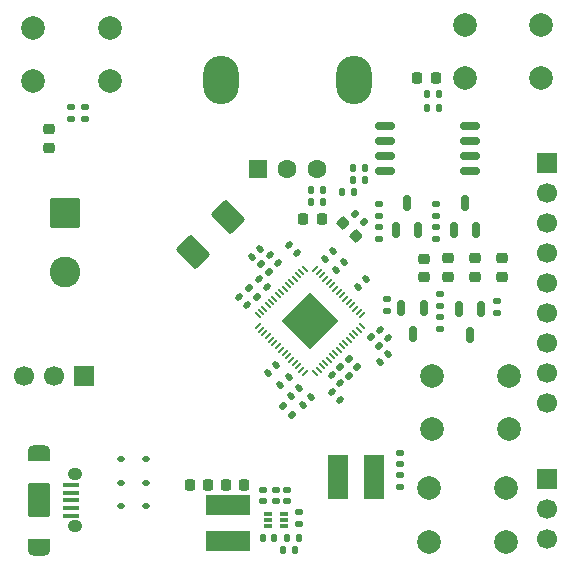
<source format=gbr>
%TF.GenerationSoftware,KiCad,Pcbnew,9.0.4*%
%TF.CreationDate,2025-09-30T19:15:50-07:00*%
%TF.ProjectId,LE_PSU_CAD,4c455f50-5355-45f4-9341-442e6b696361,rev?*%
%TF.SameCoordinates,Original*%
%TF.FileFunction,Soldermask,Top*%
%TF.FilePolarity,Negative*%
%FSLAX46Y46*%
G04 Gerber Fmt 4.6, Leading zero omitted, Abs format (unit mm)*
G04 Created by KiCad (PCBNEW 9.0.4) date 2025-09-30 19:15:50*
%MOMM*%
%LPD*%
G01*
G04 APERTURE LIST*
G04 Aperture macros list*
%AMRoundRect*
0 Rectangle with rounded corners*
0 $1 Rounding radius*
0 $2 $3 $4 $5 $6 $7 $8 $9 X,Y pos of 4 corners*
0 Add a 4 corners polygon primitive as box body*
4,1,4,$2,$3,$4,$5,$6,$7,$8,$9,$2,$3,0*
0 Add four circle primitives for the rounded corners*
1,1,$1+$1,$2,$3*
1,1,$1+$1,$4,$5*
1,1,$1+$1,$6,$7*
1,1,$1+$1,$8,$9*
0 Add four rect primitives between the rounded corners*
20,1,$1+$1,$2,$3,$4,$5,0*
20,1,$1+$1,$4,$5,$6,$7,0*
20,1,$1+$1,$6,$7,$8,$9,0*
20,1,$1+$1,$8,$9,$2,$3,0*%
%AMRotRect*
0 Rectangle, with rotation*
0 The origin of the aperture is its center*
0 $1 length*
0 $2 width*
0 $3 Rotation angle, in degrees counterclockwise*
0 Add horizontal line*
21,1,$1,$2,0,0,$3*%
G04 Aperture macros list end*
%ADD10C,1.700000*%
%ADD11R,1.700000X1.700000*%
%ADD12RoundRect,0.150000X0.150000X-0.512500X0.150000X0.512500X-0.150000X0.512500X-0.150000X-0.512500X0*%
%ADD13RoundRect,0.135000X-0.185000X0.135000X-0.185000X-0.135000X0.185000X-0.135000X0.185000X0.135000X0*%
%ADD14RoundRect,0.135000X0.185000X-0.135000X0.185000X0.135000X-0.185000X0.135000X-0.185000X-0.135000X0*%
%ADD15RoundRect,0.135000X-0.135000X-0.185000X0.135000X-0.185000X0.135000X0.185000X-0.135000X0.185000X0*%
%ADD16RoundRect,0.150000X-0.150000X0.512500X-0.150000X-0.512500X0.150000X-0.512500X0.150000X0.512500X0*%
%ADD17RoundRect,0.218750X-0.256250X0.218750X-0.256250X-0.218750X0.256250X-0.218750X0.256250X0.218750X0*%
%ADD18RoundRect,0.162500X-0.650000X-0.162500X0.650000X-0.162500X0.650000X0.162500X-0.650000X0.162500X0*%
%ADD19RoundRect,0.225000X-0.225000X-0.250000X0.225000X-0.250000X0.225000X0.250000X-0.225000X0.250000X0*%
%ADD20RoundRect,0.112500X0.187500X0.112500X-0.187500X0.112500X-0.187500X-0.112500X0.187500X-0.112500X0*%
%ADD21RoundRect,0.140000X0.021213X-0.219203X0.219203X-0.021213X-0.021213X0.219203X-0.219203X0.021213X0*%
%ADD22RoundRect,0.140000X0.219203X0.021213X0.021213X0.219203X-0.219203X-0.021213X-0.021213X-0.219203X0*%
%ADD23RoundRect,0.140000X0.140000X0.170000X-0.140000X0.170000X-0.140000X-0.170000X0.140000X-0.170000X0*%
%ADD24C,2.000000*%
%ADD25RoundRect,0.140000X-0.219203X-0.021213X-0.021213X-0.219203X0.219203X0.021213X0.021213X0.219203X0*%
%ADD26RoundRect,0.225000X0.250000X-0.225000X0.250000X0.225000X-0.250000X0.225000X-0.250000X-0.225000X0*%
%ADD27RoundRect,0.140000X-0.170000X0.140000X-0.170000X-0.140000X0.170000X-0.140000X0.170000X0.140000X0*%
%ADD28RoundRect,0.102000X1.800000X-0.750000X1.800000X0.750000X-1.800000X0.750000X-1.800000X-0.750000X0*%
%ADD29RoundRect,0.135000X-0.226274X-0.035355X-0.035355X-0.226274X0.226274X0.035355X0.035355X0.226274X0*%
%ADD30RoundRect,0.135000X0.135000X0.185000X-0.135000X0.185000X-0.135000X-0.185000X0.135000X-0.185000X0*%
%ADD31RoundRect,0.250000X-1.050000X1.050000X-1.050000X-1.050000X1.050000X-1.050000X1.050000X1.050000X0*%
%ADD32C,2.600000*%
%ADD33RoundRect,0.140000X-0.021213X0.219203X-0.219203X0.021213X0.021213X-0.219203X0.219203X-0.021213X0*%
%ADD34RoundRect,0.100000X-0.575000X0.100000X-0.575000X-0.100000X0.575000X-0.100000X0.575000X0.100000X0*%
%ADD35O,1.900000X1.000000*%
%ADD36R,1.900000X0.875000*%
%ADD37O,1.250000X1.050000*%
%ADD38RoundRect,0.250000X-0.700000X1.200000X-0.700000X-1.200000X0.700000X-1.200000X0.700000X1.200000X0*%
%ADD39RoundRect,0.250000X0.176777X-1.166726X1.166726X-0.176777X-0.176777X1.166726X-1.166726X0.176777X0*%
%ADD40RoundRect,0.135000X0.226274X0.035355X0.035355X0.226274X-0.226274X-0.035355X-0.035355X-0.226274X0*%
%ADD41RoundRect,0.225000X0.225000X0.250000X-0.225000X0.250000X-0.225000X-0.250000X0.225000X-0.250000X0*%
%ADD42RoundRect,0.050000X0.212132X0.282843X-0.282843X-0.212132X-0.212132X-0.282843X0.282843X0.212132X0*%
%ADD43RoundRect,0.050000X-0.212132X0.282843X-0.282843X0.212132X0.212132X-0.282843X0.282843X-0.212132X0*%
%ADD44RotRect,3.400000X3.400000X225.000000*%
%ADD45RoundRect,0.225000X-0.335876X-0.017678X-0.017678X-0.335876X0.335876X0.017678X0.017678X0.335876X0*%
%ADD46RoundRect,0.250000X0.550000X-0.550000X0.550000X0.550000X-0.550000X0.550000X-0.550000X-0.550000X0*%
%ADD47C,1.600000*%
%ADD48O,3.000000X4.100000*%
%ADD49RoundRect,0.087500X-0.250000X-0.087500X0.250000X-0.087500X0.250000X0.087500X-0.250000X0.087500X0*%
%ADD50RoundRect,0.140000X0.170000X-0.140000X0.170000X0.140000X-0.170000X0.140000X-0.170000X-0.140000X0*%
%ADD51RoundRect,0.102000X-0.750000X-1.800000X0.750000X-1.800000X0.750000X1.800000X-0.750000X1.800000X0*%
G04 APERTURE END LIST*
D10*
%TO.C,J3*%
X219500000Y-109030000D03*
D11*
X219500000Y-88710000D03*
D10*
X219500000Y-91250000D03*
X219500000Y-93790000D03*
X219500000Y-96330000D03*
X219500000Y-98870000D03*
X219500000Y-101410000D03*
X219500000Y-103950000D03*
X219500000Y-106490000D03*
%TD*%
D12*
%TO.C,Q3*%
X206700000Y-94350000D03*
X208600000Y-94350000D03*
X207650000Y-92075000D03*
%TD*%
D13*
%TO.C,R11*%
X205900000Y-100190000D03*
X205900000Y-101210000D03*
%TD*%
D14*
%TO.C,R7*%
X210103206Y-95137176D03*
X210103206Y-94117176D03*
%TD*%
D15*
%TO.C,R14*%
X199515000Y-91000000D03*
X200535000Y-91000000D03*
%TD*%
D16*
%TO.C,Q4*%
X209055000Y-100940000D03*
X207155000Y-100940000D03*
X208105000Y-103215000D03*
%TD*%
D14*
%TO.C,R8*%
X215230992Y-101420152D03*
X215230992Y-100400152D03*
%TD*%
D17*
%TO.C,D3*%
X211100000Y-96750000D03*
X211100000Y-98325000D03*
%TD*%
D18*
%TO.C,U3*%
X205750000Y-85540000D03*
X205750000Y-86810000D03*
X205750000Y-88080000D03*
X205750000Y-89350000D03*
X212925000Y-89350000D03*
X212925000Y-88080000D03*
X212925000Y-86810000D03*
X212925000Y-85540000D03*
%TD*%
D19*
%TO.C,C2*%
X192314427Y-115952429D03*
X193864427Y-115952429D03*
%TD*%
D16*
%TO.C,Q2*%
X213900000Y-101025000D03*
X212000000Y-101025000D03*
X212950000Y-103300000D03*
%TD*%
D20*
%TO.C,D6*%
X185490000Y-115800000D03*
X183390000Y-115800000D03*
%TD*%
D17*
%TO.C,D2*%
X213400000Y-96750000D03*
X213400000Y-98325000D03*
%TD*%
D21*
%TO.C,C11*%
X200680589Y-96839411D03*
X201359411Y-96160589D03*
%TD*%
D22*
%TO.C,C13*%
X198339411Y-96339411D03*
X197660589Y-95660589D03*
%TD*%
D23*
%TO.C,C3*%
X196385000Y-120450000D03*
X195425000Y-120450000D03*
%TD*%
D24*
%TO.C,SW1*%
X176000000Y-77250000D03*
X182500000Y-77250000D03*
X176000000Y-81750000D03*
X182500000Y-81750000D03*
%TD*%
D25*
%TO.C,C23*%
X201266509Y-108058833D03*
X201945331Y-108737655D03*
%TD*%
D14*
%TO.C,R16*%
X179198780Y-85011600D03*
X179198780Y-83991600D03*
%TD*%
D26*
%TO.C,C4*%
X177300000Y-87395000D03*
X177300000Y-85845000D03*
%TD*%
D15*
%TO.C,R15*%
X199515000Y-92000000D03*
X200535000Y-92000000D03*
%TD*%
D27*
%TO.C,C1*%
X197500000Y-116375000D03*
X197500000Y-117335000D03*
%TD*%
D28*
%TO.C,L1*%
X192500000Y-120725000D03*
X192500000Y-117675000D03*
%TD*%
D25*
%TO.C,C21*%
X196000000Y-96500000D03*
X196678822Y-97178822D03*
%TD*%
%TO.C,C19*%
X205321178Y-102821178D03*
X206000000Y-103500000D03*
%TD*%
D29*
%TO.C,R5*%
X197139376Y-109278752D03*
X197860624Y-110000000D03*
%TD*%
D30*
%TO.C,R1*%
X198154627Y-121500000D03*
X197134627Y-121500000D03*
%TD*%
D13*
%TO.C,R3*%
X198500000Y-118260000D03*
X198500000Y-119280000D03*
%TD*%
D14*
%TO.C,R6*%
X210450000Y-102790000D03*
X210450000Y-101770000D03*
%TD*%
D27*
%TO.C,C6*%
X196500000Y-116375000D03*
X196500000Y-117335000D03*
%TD*%
D22*
%TO.C,C12*%
X194047972Y-100749480D03*
X193369150Y-100070658D03*
%TD*%
D31*
%TO.C,UB1*%
X178700000Y-92950000D03*
D32*
X178700000Y-97950000D03*
%TD*%
D13*
%TO.C,R12*%
X210100000Y-92160000D03*
X210100000Y-93180000D03*
%TD*%
D33*
%TO.C,C17*%
X198456838Y-107789729D03*
X197778016Y-108468551D03*
%TD*%
D34*
%TO.C,J1*%
X179175000Y-118550000D03*
X179175000Y-117900000D03*
X179175000Y-117250000D03*
X179175000Y-116600000D03*
X179175000Y-115950000D03*
D35*
X176500000Y-113075000D03*
D36*
X176500000Y-113512500D03*
D37*
X179500000Y-115025000D03*
D38*
X176500000Y-117250000D03*
D37*
X179500000Y-119475000D03*
D36*
X176500000Y-120987500D03*
D35*
X176500000Y-121425000D03*
%TD*%
D21*
%TO.C,C15*%
X201635422Y-97746107D03*
X202314244Y-97067285D03*
%TD*%
D24*
%TO.C,SW4*%
X216000000Y-120750000D03*
X209500000Y-120750000D03*
X216000000Y-116250000D03*
X209500000Y-116250000D03*
%TD*%
D39*
%TO.C,Y1*%
X189550431Y-96199569D03*
X192449569Y-93300431D03*
%TD*%
D13*
%TO.C,R13*%
X205250000Y-92170000D03*
X205250000Y-93190000D03*
%TD*%
D33*
%TO.C,C14*%
X197595459Y-106854541D03*
X196916637Y-107533363D03*
%TD*%
D15*
%TO.C,R20*%
X203060000Y-89120130D03*
X204080000Y-89120130D03*
%TD*%
%TO.C,R19*%
X209290000Y-84050000D03*
X210310000Y-84050000D03*
%TD*%
D24*
%TO.C,SW2*%
X212500000Y-77000000D03*
X219000000Y-77000000D03*
X212500000Y-81500000D03*
X219000000Y-81500000D03*
%TD*%
D30*
%TO.C,R22*%
X204080000Y-90170130D03*
X203060000Y-90170130D03*
%TD*%
D29*
%TO.C,R4*%
X195237511Y-97217723D03*
X195958759Y-97938971D03*
%TD*%
D40*
%TO.C,R24*%
X194946766Y-100029263D03*
X194225518Y-99308015D03*
%TD*%
D41*
%TO.C,C8*%
X190797718Y-115936551D03*
X189247718Y-115936551D03*
%TD*%
D15*
%TO.C,R2*%
X197500000Y-120450000D03*
X198520000Y-120450000D03*
%TD*%
D19*
%TO.C,C5*%
X208514682Y-81494737D03*
X210064682Y-81494737D03*
%TD*%
D42*
%TO.C,U4*%
X203833250Y-101608939D03*
X203550408Y-101326096D03*
X203267565Y-101043253D03*
X202984722Y-100760410D03*
X202701880Y-100477568D03*
X202419037Y-100194725D03*
X202136194Y-99911882D03*
X201853351Y-99629040D03*
X201570509Y-99346197D03*
X201287666Y-99063354D03*
X201004823Y-98780511D03*
X200721981Y-98497669D03*
X200439138Y-98214826D03*
X200156295Y-97931983D03*
X199873452Y-97649141D03*
D43*
X198954214Y-97649141D03*
X198671371Y-97931983D03*
X198388528Y-98214826D03*
X198105685Y-98497669D03*
X197822843Y-98780511D03*
X197540000Y-99063354D03*
X197257157Y-99346197D03*
X196974315Y-99629040D03*
X196691472Y-99911882D03*
X196408629Y-100194725D03*
X196125786Y-100477568D03*
X195842944Y-100760410D03*
X195560101Y-101043253D03*
X195277258Y-101326096D03*
X194994416Y-101608939D03*
D42*
X194994416Y-102528177D03*
X195277258Y-102811020D03*
X195560101Y-103093863D03*
X195842944Y-103376706D03*
X196125786Y-103659548D03*
X196408629Y-103942391D03*
X196691472Y-104225234D03*
X196974315Y-104508076D03*
X197257157Y-104790919D03*
X197540000Y-105073762D03*
X197822843Y-105356605D03*
X198105685Y-105639447D03*
X198388528Y-105922290D03*
X198671371Y-106205133D03*
X198954214Y-106487975D03*
D43*
X199873452Y-106487975D03*
X200156295Y-106205133D03*
X200439138Y-105922290D03*
X200721981Y-105639447D03*
X201004823Y-105356605D03*
X201287666Y-105073762D03*
X201570509Y-104790919D03*
X201853351Y-104508076D03*
X202136194Y-104225234D03*
X202419037Y-103942391D03*
X202701880Y-103659548D03*
X202984722Y-103376706D03*
X203267565Y-103093863D03*
X203550408Y-102811020D03*
X203833250Y-102528177D03*
D44*
X199413833Y-102068558D03*
%TD*%
D19*
%TO.C,C9*%
X198842087Y-93415719D03*
X200392087Y-93415719D03*
%TD*%
D13*
%TO.C,R9*%
X210433004Y-99783651D03*
X210433004Y-100803651D03*
%TD*%
D33*
%TO.C,C20*%
X199500000Y-108500000D03*
X198821178Y-109178822D03*
%TD*%
D29*
%TO.C,R23*%
X204567618Y-103449609D03*
X205288866Y-104170857D03*
%TD*%
D15*
%TO.C,R26*%
X209295000Y-82850000D03*
X210315000Y-82850000D03*
%TD*%
D29*
%TO.C,R18*%
X201981322Y-105978522D03*
X202702570Y-106699770D03*
%TD*%
D17*
%TO.C,D1*%
X215650000Y-96750000D03*
X215650000Y-98325000D03*
%TD*%
D45*
%TO.C,C10*%
X202202135Y-93801000D03*
X203298151Y-94897016D03*
%TD*%
D20*
%TO.C,D7*%
X185490000Y-117750000D03*
X183390000Y-117750000D03*
%TD*%
D33*
%TO.C,C27*%
X196506568Y-105802980D03*
X195827746Y-106481802D03*
%TD*%
D46*
%TO.C,ENC1*%
X195000000Y-89200000D03*
D47*
X200000000Y-89200000D03*
X197500000Y-89200000D03*
D48*
X191900000Y-81700000D03*
X203100000Y-81700000D03*
%TD*%
D27*
%TO.C,C7*%
X195430000Y-116375000D03*
X195430000Y-117335000D03*
%TD*%
D25*
%TO.C,C16*%
X201280715Y-106686984D03*
X201959537Y-107365806D03*
%TD*%
D22*
%TO.C,C28*%
X195750520Y-99225754D03*
X195071698Y-98546932D03*
%TD*%
D21*
%TO.C,C26*%
X203447466Y-99228726D03*
X204126288Y-98549904D03*
%TD*%
D49*
%TO.C,U2*%
X195825000Y-118450000D03*
X195825000Y-118950000D03*
X195825000Y-119450000D03*
X197250000Y-119450000D03*
X197250000Y-118950000D03*
X197250000Y-118450000D03*
%TD*%
D14*
%TO.C,R25*%
X180357867Y-85009692D03*
X180357867Y-83989692D03*
%TD*%
D21*
%TO.C,C18*%
X205321178Y-105514375D03*
X206000000Y-104835553D03*
%TD*%
D14*
%TO.C,R10*%
X205236632Y-95162901D03*
X205236632Y-94142901D03*
%TD*%
D29*
%TO.C,R27*%
X203261985Y-93012215D03*
X203983233Y-93733463D03*
%TD*%
D11*
%TO.C,J2*%
X219500000Y-115460000D03*
D10*
X219500000Y-118000000D03*
X219500000Y-120540000D03*
%TD*%
D50*
%TO.C,C25*%
X207000000Y-116112979D03*
X207000000Y-115152979D03*
%TD*%
D11*
%TO.C,BATT_USB_JMP1*%
X180250000Y-106750000D03*
D10*
X177710000Y-106750000D03*
X175170000Y-106750000D03*
%TD*%
D24*
%TO.C,SW3*%
X216250000Y-111250000D03*
X209750000Y-111250000D03*
X216250000Y-106750000D03*
X209750000Y-106750000D03*
%TD*%
D12*
%TO.C,Q1*%
X211600000Y-94350000D03*
X213500000Y-94350000D03*
X212550000Y-92075000D03*
%TD*%
D30*
%TO.C,R28*%
X203142901Y-91134654D03*
X202122901Y-91134654D03*
%TD*%
D27*
%TO.C,C24*%
X207000000Y-113240000D03*
X207000000Y-114200000D03*
%TD*%
D20*
%TO.C,D5*%
X185490000Y-113750000D03*
X183390000Y-113750000D03*
%TD*%
D29*
%TO.C,R17*%
X202694069Y-105268166D03*
X203415317Y-105989414D03*
%TD*%
D17*
%TO.C,D4*%
X209050000Y-96812500D03*
X209050000Y-98387500D03*
%TD*%
D33*
%TO.C,C22*%
X195149934Y-95964762D03*
X194471112Y-96643584D03*
%TD*%
D51*
%TO.C,L2*%
X201750000Y-115250000D03*
X204800000Y-115250000D03*
%TD*%
M02*

</source>
